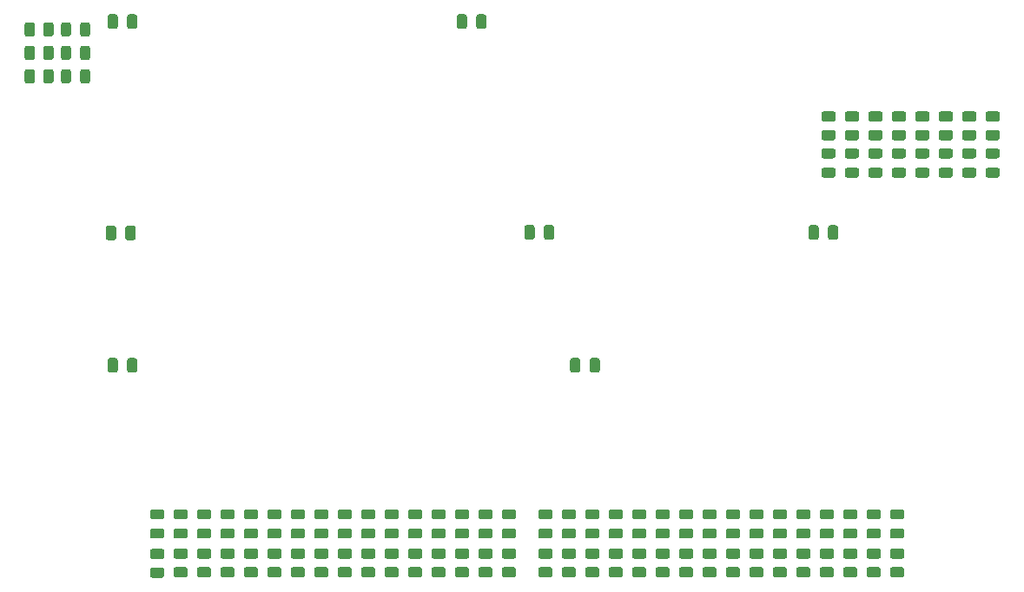
<source format=gbr>
%TF.GenerationSoftware,KiCad,Pcbnew,(5.1.9-0-10_14)*%
%TF.CreationDate,2021-07-06T01:07:33-04:00*%
%TF.ProjectId,ALU-181,414c552d-3138-4312-9e6b-696361645f70,rev?*%
%TF.SameCoordinates,Original*%
%TF.FileFunction,Paste,Top*%
%TF.FilePolarity,Positive*%
%FSLAX46Y46*%
G04 Gerber Fmt 4.6, Leading zero omitted, Abs format (unit mm)*
G04 Created by KiCad (PCBNEW (5.1.9-0-10_14)) date 2021-07-06 01:07:33*
%MOMM*%
%LPD*%
G01*
G04 APERTURE LIST*
G04 APERTURE END LIST*
%TO.C,R43*%
G36*
G01*
X96374000Y-17075999D02*
X96374000Y-17976001D01*
G75*
G02*
X96124001Y-18226000I-249999J0D01*
G01*
X95598999Y-18226000D01*
G75*
G02*
X95349000Y-17976001I0J249999D01*
G01*
X95349000Y-17075999D01*
G75*
G02*
X95598999Y-16826000I249999J0D01*
G01*
X96124001Y-16826000D01*
G75*
G02*
X96374000Y-17075999I0J-249999D01*
G01*
G37*
G36*
G01*
X98199000Y-17075999D02*
X98199000Y-17976001D01*
G75*
G02*
X97949001Y-18226000I-249999J0D01*
G01*
X97423999Y-18226000D01*
G75*
G02*
X97174000Y-17976001I0J249999D01*
G01*
X97174000Y-17075999D01*
G75*
G02*
X97423999Y-16826000I249999J0D01*
G01*
X97949001Y-16826000D01*
G75*
G02*
X98199000Y-17075999I0J-249999D01*
G01*
G37*
%TD*%
%TO.C,R42*%
G36*
G01*
X96374000Y-12503999D02*
X96374000Y-13404001D01*
G75*
G02*
X96124001Y-13654000I-249999J0D01*
G01*
X95598999Y-13654000D01*
G75*
G02*
X95349000Y-13404001I0J249999D01*
G01*
X95349000Y-12503999D01*
G75*
G02*
X95598999Y-12254000I249999J0D01*
G01*
X96124001Y-12254000D01*
G75*
G02*
X96374000Y-12503999I0J-249999D01*
G01*
G37*
G36*
G01*
X98199000Y-12503999D02*
X98199000Y-13404001D01*
G75*
G02*
X97949001Y-13654000I-249999J0D01*
G01*
X97423999Y-13654000D01*
G75*
G02*
X97174000Y-13404001I0J249999D01*
G01*
X97174000Y-12503999D01*
G75*
G02*
X97423999Y-12254000I249999J0D01*
G01*
X97949001Y-12254000D01*
G75*
G02*
X98199000Y-12503999I0J-249999D01*
G01*
G37*
%TD*%
%TO.C,R41*%
G36*
G01*
X96374000Y-14789999D02*
X96374000Y-15690001D01*
G75*
G02*
X96124001Y-15940000I-249999J0D01*
G01*
X95598999Y-15940000D01*
G75*
G02*
X95349000Y-15690001I0J249999D01*
G01*
X95349000Y-14789999D01*
G75*
G02*
X95598999Y-14540000I249999J0D01*
G01*
X96124001Y-14540000D01*
G75*
G02*
X96374000Y-14789999I0J-249999D01*
G01*
G37*
G36*
G01*
X98199000Y-14789999D02*
X98199000Y-15690001D01*
G75*
G02*
X97949001Y-15940000I-249999J0D01*
G01*
X97423999Y-15940000D01*
G75*
G02*
X97174000Y-15690001I0J249999D01*
G01*
X97174000Y-14789999D01*
G75*
G02*
X97423999Y-14540000I249999J0D01*
G01*
X97949001Y-14540000D01*
G75*
G02*
X98199000Y-14789999I0J-249999D01*
G01*
G37*
%TD*%
%TO.C,D43*%
G36*
G01*
X100780000Y-17982250D02*
X100780000Y-17069750D01*
G75*
G02*
X101023750Y-16826000I243750J0D01*
G01*
X101511250Y-16826000D01*
G75*
G02*
X101755000Y-17069750I0J-243750D01*
G01*
X101755000Y-17982250D01*
G75*
G02*
X101511250Y-18226000I-243750J0D01*
G01*
X101023750Y-18226000D01*
G75*
G02*
X100780000Y-17982250I0J243750D01*
G01*
G37*
G36*
G01*
X98905000Y-17982250D02*
X98905000Y-17069750D01*
G75*
G02*
X99148750Y-16826000I243750J0D01*
G01*
X99636250Y-16826000D01*
G75*
G02*
X99880000Y-17069750I0J-243750D01*
G01*
X99880000Y-17982250D01*
G75*
G02*
X99636250Y-18226000I-243750J0D01*
G01*
X99148750Y-18226000D01*
G75*
G02*
X98905000Y-17982250I0J243750D01*
G01*
G37*
%TD*%
%TO.C,D42*%
G36*
G01*
X100780000Y-13410250D02*
X100780000Y-12497750D01*
G75*
G02*
X101023750Y-12254000I243750J0D01*
G01*
X101511250Y-12254000D01*
G75*
G02*
X101755000Y-12497750I0J-243750D01*
G01*
X101755000Y-13410250D01*
G75*
G02*
X101511250Y-13654000I-243750J0D01*
G01*
X101023750Y-13654000D01*
G75*
G02*
X100780000Y-13410250I0J243750D01*
G01*
G37*
G36*
G01*
X98905000Y-13410250D02*
X98905000Y-12497750D01*
G75*
G02*
X99148750Y-12254000I243750J0D01*
G01*
X99636250Y-12254000D01*
G75*
G02*
X99880000Y-12497750I0J-243750D01*
G01*
X99880000Y-13410250D01*
G75*
G02*
X99636250Y-13654000I-243750J0D01*
G01*
X99148750Y-13654000D01*
G75*
G02*
X98905000Y-13410250I0J243750D01*
G01*
G37*
%TD*%
%TO.C,D41*%
G36*
G01*
X100780000Y-15696250D02*
X100780000Y-14783750D01*
G75*
G02*
X101023750Y-14540000I243750J0D01*
G01*
X101511250Y-14540000D01*
G75*
G02*
X101755000Y-14783750I0J-243750D01*
G01*
X101755000Y-15696250D01*
G75*
G02*
X101511250Y-15940000I-243750J0D01*
G01*
X101023750Y-15940000D01*
G75*
G02*
X100780000Y-15696250I0J243750D01*
G01*
G37*
G36*
G01*
X98905000Y-15696250D02*
X98905000Y-14783750D01*
G75*
G02*
X99148750Y-14540000I243750J0D01*
G01*
X99636250Y-14540000D01*
G75*
G02*
X99880000Y-14783750I0J-243750D01*
G01*
X99880000Y-15696250D01*
G75*
G02*
X99636250Y-15940000I-243750J0D01*
G01*
X99148750Y-15940000D01*
G75*
G02*
X98905000Y-15696250I0J243750D01*
G01*
G37*
%TD*%
%TO.C,C7*%
G36*
G01*
X150442000Y-46195000D02*
X150442000Y-45245000D01*
G75*
G02*
X150692000Y-44995000I250000J0D01*
G01*
X151192000Y-44995000D01*
G75*
G02*
X151442000Y-45245000I0J-250000D01*
G01*
X151442000Y-46195000D01*
G75*
G02*
X151192000Y-46445000I-250000J0D01*
G01*
X150692000Y-46445000D01*
G75*
G02*
X150442000Y-46195000I0J250000D01*
G01*
G37*
G36*
G01*
X148542000Y-46195000D02*
X148542000Y-45245000D01*
G75*
G02*
X148792000Y-44995000I250000J0D01*
G01*
X149292000Y-44995000D01*
G75*
G02*
X149542000Y-45245000I0J-250000D01*
G01*
X149542000Y-46195000D01*
G75*
G02*
X149292000Y-46445000I-250000J0D01*
G01*
X148792000Y-46445000D01*
G75*
G02*
X148542000Y-46195000I0J250000D01*
G01*
G37*
%TD*%
%TO.C,C6*%
G36*
G01*
X105352000Y-46195000D02*
X105352000Y-45245000D01*
G75*
G02*
X105602000Y-44995000I250000J0D01*
G01*
X106102000Y-44995000D01*
G75*
G02*
X106352000Y-45245000I0J-250000D01*
G01*
X106352000Y-46195000D01*
G75*
G02*
X106102000Y-46445000I-250000J0D01*
G01*
X105602000Y-46445000D01*
G75*
G02*
X105352000Y-46195000I0J250000D01*
G01*
G37*
G36*
G01*
X103452000Y-46195000D02*
X103452000Y-45245000D01*
G75*
G02*
X103702000Y-44995000I250000J0D01*
G01*
X104202000Y-44995000D01*
G75*
G02*
X104452000Y-45245000I0J-250000D01*
G01*
X104452000Y-46195000D01*
G75*
G02*
X104202000Y-46445000I-250000J0D01*
G01*
X103702000Y-46445000D01*
G75*
G02*
X103452000Y-46195000I0J250000D01*
G01*
G37*
%TD*%
%TO.C,R40*%
G36*
G01*
X179975998Y-65390000D02*
X180876002Y-65390000D01*
G75*
G02*
X181126000Y-65639998I0J-249998D01*
G01*
X181126000Y-66165002D01*
G75*
G02*
X180876002Y-66415000I-249998J0D01*
G01*
X179975998Y-66415000D01*
G75*
G02*
X179726000Y-66165002I0J249998D01*
G01*
X179726000Y-65639998D01*
G75*
G02*
X179975998Y-65390000I249998J0D01*
G01*
G37*
G36*
G01*
X179975998Y-63565000D02*
X180876002Y-63565000D01*
G75*
G02*
X181126000Y-63814998I0J-249998D01*
G01*
X181126000Y-64340002D01*
G75*
G02*
X180876002Y-64590000I-249998J0D01*
G01*
X179975998Y-64590000D01*
G75*
G02*
X179726000Y-64340002I0J249998D01*
G01*
X179726000Y-63814998D01*
G75*
G02*
X179975998Y-63565000I249998J0D01*
G01*
G37*
%TD*%
%TO.C,R39*%
G36*
G01*
X177689998Y-65390000D02*
X178590002Y-65390000D01*
G75*
G02*
X178840000Y-65639998I0J-249998D01*
G01*
X178840000Y-66165002D01*
G75*
G02*
X178590002Y-66415000I-249998J0D01*
G01*
X177689998Y-66415000D01*
G75*
G02*
X177440000Y-66165002I0J249998D01*
G01*
X177440000Y-65639998D01*
G75*
G02*
X177689998Y-65390000I249998J0D01*
G01*
G37*
G36*
G01*
X177689998Y-63565000D02*
X178590002Y-63565000D01*
G75*
G02*
X178840000Y-63814998I0J-249998D01*
G01*
X178840000Y-64340002D01*
G75*
G02*
X178590002Y-64590000I-249998J0D01*
G01*
X177689998Y-64590000D01*
G75*
G02*
X177440000Y-64340002I0J249998D01*
G01*
X177440000Y-63814998D01*
G75*
G02*
X177689998Y-63565000I249998J0D01*
G01*
G37*
%TD*%
%TO.C,R38*%
G36*
G01*
X175403998Y-65390000D02*
X176304002Y-65390000D01*
G75*
G02*
X176554000Y-65639998I0J-249998D01*
G01*
X176554000Y-66165002D01*
G75*
G02*
X176304002Y-66415000I-249998J0D01*
G01*
X175403998Y-66415000D01*
G75*
G02*
X175154000Y-66165002I0J249998D01*
G01*
X175154000Y-65639998D01*
G75*
G02*
X175403998Y-65390000I249998J0D01*
G01*
G37*
G36*
G01*
X175403998Y-63565000D02*
X176304002Y-63565000D01*
G75*
G02*
X176554000Y-63814998I0J-249998D01*
G01*
X176554000Y-64340002D01*
G75*
G02*
X176304002Y-64590000I-249998J0D01*
G01*
X175403998Y-64590000D01*
G75*
G02*
X175154000Y-64340002I0J249998D01*
G01*
X175154000Y-63814998D01*
G75*
G02*
X175403998Y-63565000I249998J0D01*
G01*
G37*
%TD*%
%TO.C,R37*%
G36*
G01*
X173117998Y-65390000D02*
X174018002Y-65390000D01*
G75*
G02*
X174268000Y-65639998I0J-249998D01*
G01*
X174268000Y-66165002D01*
G75*
G02*
X174018002Y-66415000I-249998J0D01*
G01*
X173117998Y-66415000D01*
G75*
G02*
X172868000Y-66165002I0J249998D01*
G01*
X172868000Y-65639998D01*
G75*
G02*
X173117998Y-65390000I249998J0D01*
G01*
G37*
G36*
G01*
X173117998Y-63565000D02*
X174018002Y-63565000D01*
G75*
G02*
X174268000Y-63814998I0J-249998D01*
G01*
X174268000Y-64340002D01*
G75*
G02*
X174018002Y-64590000I-249998J0D01*
G01*
X173117998Y-64590000D01*
G75*
G02*
X172868000Y-64340002I0J249998D01*
G01*
X172868000Y-63814998D01*
G75*
G02*
X173117998Y-63565000I249998J0D01*
G01*
G37*
%TD*%
%TO.C,R36*%
G36*
G01*
X170831998Y-65390000D02*
X171732002Y-65390000D01*
G75*
G02*
X171982000Y-65639998I0J-249998D01*
G01*
X171982000Y-66165002D01*
G75*
G02*
X171732002Y-66415000I-249998J0D01*
G01*
X170831998Y-66415000D01*
G75*
G02*
X170582000Y-66165002I0J249998D01*
G01*
X170582000Y-65639998D01*
G75*
G02*
X170831998Y-65390000I249998J0D01*
G01*
G37*
G36*
G01*
X170831998Y-63565000D02*
X171732002Y-63565000D01*
G75*
G02*
X171982000Y-63814998I0J-249998D01*
G01*
X171982000Y-64340002D01*
G75*
G02*
X171732002Y-64590000I-249998J0D01*
G01*
X170831998Y-64590000D01*
G75*
G02*
X170582000Y-64340002I0J249998D01*
G01*
X170582000Y-63814998D01*
G75*
G02*
X170831998Y-63565000I249998J0D01*
G01*
G37*
%TD*%
%TO.C,R35*%
G36*
G01*
X168545998Y-65390000D02*
X169446002Y-65390000D01*
G75*
G02*
X169696000Y-65639998I0J-249998D01*
G01*
X169696000Y-66165002D01*
G75*
G02*
X169446002Y-66415000I-249998J0D01*
G01*
X168545998Y-66415000D01*
G75*
G02*
X168296000Y-66165002I0J249998D01*
G01*
X168296000Y-65639998D01*
G75*
G02*
X168545998Y-65390000I249998J0D01*
G01*
G37*
G36*
G01*
X168545998Y-63565000D02*
X169446002Y-63565000D01*
G75*
G02*
X169696000Y-63814998I0J-249998D01*
G01*
X169696000Y-64340002D01*
G75*
G02*
X169446002Y-64590000I-249998J0D01*
G01*
X168545998Y-64590000D01*
G75*
G02*
X168296000Y-64340002I0J249998D01*
G01*
X168296000Y-63814998D01*
G75*
G02*
X168545998Y-63565000I249998J0D01*
G01*
G37*
%TD*%
%TO.C,R34*%
G36*
G01*
X166259998Y-65390000D02*
X167160002Y-65390000D01*
G75*
G02*
X167410000Y-65639998I0J-249998D01*
G01*
X167410000Y-66165002D01*
G75*
G02*
X167160002Y-66415000I-249998J0D01*
G01*
X166259998Y-66415000D01*
G75*
G02*
X166010000Y-66165002I0J249998D01*
G01*
X166010000Y-65639998D01*
G75*
G02*
X166259998Y-65390000I249998J0D01*
G01*
G37*
G36*
G01*
X166259998Y-63565000D02*
X167160002Y-63565000D01*
G75*
G02*
X167410000Y-63814998I0J-249998D01*
G01*
X167410000Y-64340002D01*
G75*
G02*
X167160002Y-64590000I-249998J0D01*
G01*
X166259998Y-64590000D01*
G75*
G02*
X166010000Y-64340002I0J249998D01*
G01*
X166010000Y-63814998D01*
G75*
G02*
X166259998Y-63565000I249998J0D01*
G01*
G37*
%TD*%
%TO.C,R33*%
G36*
G01*
X163973998Y-65390000D02*
X164874002Y-65390000D01*
G75*
G02*
X165124000Y-65639998I0J-249998D01*
G01*
X165124000Y-66165002D01*
G75*
G02*
X164874002Y-66415000I-249998J0D01*
G01*
X163973998Y-66415000D01*
G75*
G02*
X163724000Y-66165002I0J249998D01*
G01*
X163724000Y-65639998D01*
G75*
G02*
X163973998Y-65390000I249998J0D01*
G01*
G37*
G36*
G01*
X163973998Y-63565000D02*
X164874002Y-63565000D01*
G75*
G02*
X165124000Y-63814998I0J-249998D01*
G01*
X165124000Y-64340002D01*
G75*
G02*
X164874002Y-64590000I-249998J0D01*
G01*
X163973998Y-64590000D01*
G75*
G02*
X163724000Y-64340002I0J249998D01*
G01*
X163724000Y-63814998D01*
G75*
G02*
X163973998Y-63565000I249998J0D01*
G01*
G37*
%TD*%
%TO.C,D40*%
G36*
G01*
X163967750Y-61630000D02*
X164880250Y-61630000D01*
G75*
G02*
X165124000Y-61873750I0J-243750D01*
G01*
X165124000Y-62361250D01*
G75*
G02*
X164880250Y-62605000I-243750J0D01*
G01*
X163967750Y-62605000D01*
G75*
G02*
X163724000Y-62361250I0J243750D01*
G01*
X163724000Y-61873750D01*
G75*
G02*
X163967750Y-61630000I243750J0D01*
G01*
G37*
G36*
G01*
X163967750Y-59755000D02*
X164880250Y-59755000D01*
G75*
G02*
X165124000Y-59998750I0J-243750D01*
G01*
X165124000Y-60486250D01*
G75*
G02*
X164880250Y-60730000I-243750J0D01*
G01*
X163967750Y-60730000D01*
G75*
G02*
X163724000Y-60486250I0J243750D01*
G01*
X163724000Y-59998750D01*
G75*
G02*
X163967750Y-59755000I243750J0D01*
G01*
G37*
%TD*%
%TO.C,D39*%
G36*
G01*
X166253750Y-61630000D02*
X167166250Y-61630000D01*
G75*
G02*
X167410000Y-61873750I0J-243750D01*
G01*
X167410000Y-62361250D01*
G75*
G02*
X167166250Y-62605000I-243750J0D01*
G01*
X166253750Y-62605000D01*
G75*
G02*
X166010000Y-62361250I0J243750D01*
G01*
X166010000Y-61873750D01*
G75*
G02*
X166253750Y-61630000I243750J0D01*
G01*
G37*
G36*
G01*
X166253750Y-59755000D02*
X167166250Y-59755000D01*
G75*
G02*
X167410000Y-59998750I0J-243750D01*
G01*
X167410000Y-60486250D01*
G75*
G02*
X167166250Y-60730000I-243750J0D01*
G01*
X166253750Y-60730000D01*
G75*
G02*
X166010000Y-60486250I0J243750D01*
G01*
X166010000Y-59998750D01*
G75*
G02*
X166253750Y-59755000I243750J0D01*
G01*
G37*
%TD*%
%TO.C,D38*%
G36*
G01*
X168539750Y-61630000D02*
X169452250Y-61630000D01*
G75*
G02*
X169696000Y-61873750I0J-243750D01*
G01*
X169696000Y-62361250D01*
G75*
G02*
X169452250Y-62605000I-243750J0D01*
G01*
X168539750Y-62605000D01*
G75*
G02*
X168296000Y-62361250I0J243750D01*
G01*
X168296000Y-61873750D01*
G75*
G02*
X168539750Y-61630000I243750J0D01*
G01*
G37*
G36*
G01*
X168539750Y-59755000D02*
X169452250Y-59755000D01*
G75*
G02*
X169696000Y-59998750I0J-243750D01*
G01*
X169696000Y-60486250D01*
G75*
G02*
X169452250Y-60730000I-243750J0D01*
G01*
X168539750Y-60730000D01*
G75*
G02*
X168296000Y-60486250I0J243750D01*
G01*
X168296000Y-59998750D01*
G75*
G02*
X168539750Y-59755000I243750J0D01*
G01*
G37*
%TD*%
%TO.C,D37*%
G36*
G01*
X170825750Y-61630000D02*
X171738250Y-61630000D01*
G75*
G02*
X171982000Y-61873750I0J-243750D01*
G01*
X171982000Y-62361250D01*
G75*
G02*
X171738250Y-62605000I-243750J0D01*
G01*
X170825750Y-62605000D01*
G75*
G02*
X170582000Y-62361250I0J243750D01*
G01*
X170582000Y-61873750D01*
G75*
G02*
X170825750Y-61630000I243750J0D01*
G01*
G37*
G36*
G01*
X170825750Y-59755000D02*
X171738250Y-59755000D01*
G75*
G02*
X171982000Y-59998750I0J-243750D01*
G01*
X171982000Y-60486250D01*
G75*
G02*
X171738250Y-60730000I-243750J0D01*
G01*
X170825750Y-60730000D01*
G75*
G02*
X170582000Y-60486250I0J243750D01*
G01*
X170582000Y-59998750D01*
G75*
G02*
X170825750Y-59755000I243750J0D01*
G01*
G37*
%TD*%
%TO.C,D36*%
G36*
G01*
X173111750Y-61630000D02*
X174024250Y-61630000D01*
G75*
G02*
X174268000Y-61873750I0J-243750D01*
G01*
X174268000Y-62361250D01*
G75*
G02*
X174024250Y-62605000I-243750J0D01*
G01*
X173111750Y-62605000D01*
G75*
G02*
X172868000Y-62361250I0J243750D01*
G01*
X172868000Y-61873750D01*
G75*
G02*
X173111750Y-61630000I243750J0D01*
G01*
G37*
G36*
G01*
X173111750Y-59755000D02*
X174024250Y-59755000D01*
G75*
G02*
X174268000Y-59998750I0J-243750D01*
G01*
X174268000Y-60486250D01*
G75*
G02*
X174024250Y-60730000I-243750J0D01*
G01*
X173111750Y-60730000D01*
G75*
G02*
X172868000Y-60486250I0J243750D01*
G01*
X172868000Y-59998750D01*
G75*
G02*
X173111750Y-59755000I243750J0D01*
G01*
G37*
%TD*%
%TO.C,D35*%
G36*
G01*
X175397750Y-61630000D02*
X176310250Y-61630000D01*
G75*
G02*
X176554000Y-61873750I0J-243750D01*
G01*
X176554000Y-62361250D01*
G75*
G02*
X176310250Y-62605000I-243750J0D01*
G01*
X175397750Y-62605000D01*
G75*
G02*
X175154000Y-62361250I0J243750D01*
G01*
X175154000Y-61873750D01*
G75*
G02*
X175397750Y-61630000I243750J0D01*
G01*
G37*
G36*
G01*
X175397750Y-59755000D02*
X176310250Y-59755000D01*
G75*
G02*
X176554000Y-59998750I0J-243750D01*
G01*
X176554000Y-60486250D01*
G75*
G02*
X176310250Y-60730000I-243750J0D01*
G01*
X175397750Y-60730000D01*
G75*
G02*
X175154000Y-60486250I0J243750D01*
G01*
X175154000Y-59998750D01*
G75*
G02*
X175397750Y-59755000I243750J0D01*
G01*
G37*
%TD*%
%TO.C,D34*%
G36*
G01*
X177683750Y-61630000D02*
X178596250Y-61630000D01*
G75*
G02*
X178840000Y-61873750I0J-243750D01*
G01*
X178840000Y-62361250D01*
G75*
G02*
X178596250Y-62605000I-243750J0D01*
G01*
X177683750Y-62605000D01*
G75*
G02*
X177440000Y-62361250I0J243750D01*
G01*
X177440000Y-61873750D01*
G75*
G02*
X177683750Y-61630000I243750J0D01*
G01*
G37*
G36*
G01*
X177683750Y-59755000D02*
X178596250Y-59755000D01*
G75*
G02*
X178840000Y-59998750I0J-243750D01*
G01*
X178840000Y-60486250D01*
G75*
G02*
X178596250Y-60730000I-243750J0D01*
G01*
X177683750Y-60730000D01*
G75*
G02*
X177440000Y-60486250I0J243750D01*
G01*
X177440000Y-59998750D01*
G75*
G02*
X177683750Y-59755000I243750J0D01*
G01*
G37*
%TD*%
%TO.C,D33*%
G36*
G01*
X179969750Y-61630000D02*
X180882250Y-61630000D01*
G75*
G02*
X181126000Y-61873750I0J-243750D01*
G01*
X181126000Y-62361250D01*
G75*
G02*
X180882250Y-62605000I-243750J0D01*
G01*
X179969750Y-62605000D01*
G75*
G02*
X179726000Y-62361250I0J243750D01*
G01*
X179726000Y-61873750D01*
G75*
G02*
X179969750Y-61630000I243750J0D01*
G01*
G37*
G36*
G01*
X179969750Y-59755000D02*
X180882250Y-59755000D01*
G75*
G02*
X181126000Y-59998750I0J-243750D01*
G01*
X181126000Y-60486250D01*
G75*
G02*
X180882250Y-60730000I-243750J0D01*
G01*
X179969750Y-60730000D01*
G75*
G02*
X179726000Y-60486250I0J243750D01*
G01*
X179726000Y-59998750D01*
G75*
G02*
X179969750Y-59755000I243750J0D01*
G01*
G37*
%TD*%
%TO.C,R32*%
G36*
G01*
X161687998Y-65390000D02*
X162588002Y-65390000D01*
G75*
G02*
X162838000Y-65639998I0J-249998D01*
G01*
X162838000Y-66165002D01*
G75*
G02*
X162588002Y-66415000I-249998J0D01*
G01*
X161687998Y-66415000D01*
G75*
G02*
X161438000Y-66165002I0J249998D01*
G01*
X161438000Y-65639998D01*
G75*
G02*
X161687998Y-65390000I249998J0D01*
G01*
G37*
G36*
G01*
X161687998Y-63565000D02*
X162588002Y-63565000D01*
G75*
G02*
X162838000Y-63814998I0J-249998D01*
G01*
X162838000Y-64340002D01*
G75*
G02*
X162588002Y-64590000I-249998J0D01*
G01*
X161687998Y-64590000D01*
G75*
G02*
X161438000Y-64340002I0J249998D01*
G01*
X161438000Y-63814998D01*
G75*
G02*
X161687998Y-63565000I249998J0D01*
G01*
G37*
%TD*%
%TO.C,R31*%
G36*
G01*
X159401998Y-65390000D02*
X160302002Y-65390000D01*
G75*
G02*
X160552000Y-65639998I0J-249998D01*
G01*
X160552000Y-66165002D01*
G75*
G02*
X160302002Y-66415000I-249998J0D01*
G01*
X159401998Y-66415000D01*
G75*
G02*
X159152000Y-66165002I0J249998D01*
G01*
X159152000Y-65639998D01*
G75*
G02*
X159401998Y-65390000I249998J0D01*
G01*
G37*
G36*
G01*
X159401998Y-63565000D02*
X160302002Y-63565000D01*
G75*
G02*
X160552000Y-63814998I0J-249998D01*
G01*
X160552000Y-64340002D01*
G75*
G02*
X160302002Y-64590000I-249998J0D01*
G01*
X159401998Y-64590000D01*
G75*
G02*
X159152000Y-64340002I0J249998D01*
G01*
X159152000Y-63814998D01*
G75*
G02*
X159401998Y-63565000I249998J0D01*
G01*
G37*
%TD*%
%TO.C,R30*%
G36*
G01*
X157115998Y-65390000D02*
X158016002Y-65390000D01*
G75*
G02*
X158266000Y-65639998I0J-249998D01*
G01*
X158266000Y-66165002D01*
G75*
G02*
X158016002Y-66415000I-249998J0D01*
G01*
X157115998Y-66415000D01*
G75*
G02*
X156866000Y-66165002I0J249998D01*
G01*
X156866000Y-65639998D01*
G75*
G02*
X157115998Y-65390000I249998J0D01*
G01*
G37*
G36*
G01*
X157115998Y-63565000D02*
X158016002Y-63565000D01*
G75*
G02*
X158266000Y-63814998I0J-249998D01*
G01*
X158266000Y-64340002D01*
G75*
G02*
X158016002Y-64590000I-249998J0D01*
G01*
X157115998Y-64590000D01*
G75*
G02*
X156866000Y-64340002I0J249998D01*
G01*
X156866000Y-63814998D01*
G75*
G02*
X157115998Y-63565000I249998J0D01*
G01*
G37*
%TD*%
%TO.C,R29*%
G36*
G01*
X154829998Y-65390000D02*
X155730002Y-65390000D01*
G75*
G02*
X155980000Y-65639998I0J-249998D01*
G01*
X155980000Y-66165002D01*
G75*
G02*
X155730002Y-66415000I-249998J0D01*
G01*
X154829998Y-66415000D01*
G75*
G02*
X154580000Y-66165002I0J249998D01*
G01*
X154580000Y-65639998D01*
G75*
G02*
X154829998Y-65390000I249998J0D01*
G01*
G37*
G36*
G01*
X154829998Y-63565000D02*
X155730002Y-63565000D01*
G75*
G02*
X155980000Y-63814998I0J-249998D01*
G01*
X155980000Y-64340002D01*
G75*
G02*
X155730002Y-64590000I-249998J0D01*
G01*
X154829998Y-64590000D01*
G75*
G02*
X154580000Y-64340002I0J249998D01*
G01*
X154580000Y-63814998D01*
G75*
G02*
X154829998Y-63565000I249998J0D01*
G01*
G37*
%TD*%
%TO.C,R28*%
G36*
G01*
X152543998Y-65390000D02*
X153444002Y-65390000D01*
G75*
G02*
X153694000Y-65639998I0J-249998D01*
G01*
X153694000Y-66165002D01*
G75*
G02*
X153444002Y-66415000I-249998J0D01*
G01*
X152543998Y-66415000D01*
G75*
G02*
X152294000Y-66165002I0J249998D01*
G01*
X152294000Y-65639998D01*
G75*
G02*
X152543998Y-65390000I249998J0D01*
G01*
G37*
G36*
G01*
X152543998Y-63565000D02*
X153444002Y-63565000D01*
G75*
G02*
X153694000Y-63814998I0J-249998D01*
G01*
X153694000Y-64340002D01*
G75*
G02*
X153444002Y-64590000I-249998J0D01*
G01*
X152543998Y-64590000D01*
G75*
G02*
X152294000Y-64340002I0J249998D01*
G01*
X152294000Y-63814998D01*
G75*
G02*
X152543998Y-63565000I249998J0D01*
G01*
G37*
%TD*%
%TO.C,R27*%
G36*
G01*
X150257998Y-65390000D02*
X151158002Y-65390000D01*
G75*
G02*
X151408000Y-65639998I0J-249998D01*
G01*
X151408000Y-66165002D01*
G75*
G02*
X151158002Y-66415000I-249998J0D01*
G01*
X150257998Y-66415000D01*
G75*
G02*
X150008000Y-66165002I0J249998D01*
G01*
X150008000Y-65639998D01*
G75*
G02*
X150257998Y-65390000I249998J0D01*
G01*
G37*
G36*
G01*
X150257998Y-63565000D02*
X151158002Y-63565000D01*
G75*
G02*
X151408000Y-63814998I0J-249998D01*
G01*
X151408000Y-64340002D01*
G75*
G02*
X151158002Y-64590000I-249998J0D01*
G01*
X150257998Y-64590000D01*
G75*
G02*
X150008000Y-64340002I0J249998D01*
G01*
X150008000Y-63814998D01*
G75*
G02*
X150257998Y-63565000I249998J0D01*
G01*
G37*
%TD*%
%TO.C,R26*%
G36*
G01*
X147971998Y-65390000D02*
X148872002Y-65390000D01*
G75*
G02*
X149122000Y-65639998I0J-249998D01*
G01*
X149122000Y-66165002D01*
G75*
G02*
X148872002Y-66415000I-249998J0D01*
G01*
X147971998Y-66415000D01*
G75*
G02*
X147722000Y-66165002I0J249998D01*
G01*
X147722000Y-65639998D01*
G75*
G02*
X147971998Y-65390000I249998J0D01*
G01*
G37*
G36*
G01*
X147971998Y-63565000D02*
X148872002Y-63565000D01*
G75*
G02*
X149122000Y-63814998I0J-249998D01*
G01*
X149122000Y-64340002D01*
G75*
G02*
X148872002Y-64590000I-249998J0D01*
G01*
X147971998Y-64590000D01*
G75*
G02*
X147722000Y-64340002I0J249998D01*
G01*
X147722000Y-63814998D01*
G75*
G02*
X147971998Y-63565000I249998J0D01*
G01*
G37*
%TD*%
%TO.C,R25*%
G36*
G01*
X145685998Y-65390000D02*
X146586002Y-65390000D01*
G75*
G02*
X146836000Y-65639998I0J-249998D01*
G01*
X146836000Y-66165002D01*
G75*
G02*
X146586002Y-66415000I-249998J0D01*
G01*
X145685998Y-66415000D01*
G75*
G02*
X145436000Y-66165002I0J249998D01*
G01*
X145436000Y-65639998D01*
G75*
G02*
X145685998Y-65390000I249998J0D01*
G01*
G37*
G36*
G01*
X145685998Y-63565000D02*
X146586002Y-63565000D01*
G75*
G02*
X146836000Y-63814998I0J-249998D01*
G01*
X146836000Y-64340002D01*
G75*
G02*
X146586002Y-64590000I-249998J0D01*
G01*
X145685998Y-64590000D01*
G75*
G02*
X145436000Y-64340002I0J249998D01*
G01*
X145436000Y-63814998D01*
G75*
G02*
X145685998Y-63565000I249998J0D01*
G01*
G37*
%TD*%
%TO.C,D32*%
G36*
G01*
X145679750Y-61630000D02*
X146592250Y-61630000D01*
G75*
G02*
X146836000Y-61873750I0J-243750D01*
G01*
X146836000Y-62361250D01*
G75*
G02*
X146592250Y-62605000I-243750J0D01*
G01*
X145679750Y-62605000D01*
G75*
G02*
X145436000Y-62361250I0J243750D01*
G01*
X145436000Y-61873750D01*
G75*
G02*
X145679750Y-61630000I243750J0D01*
G01*
G37*
G36*
G01*
X145679750Y-59755000D02*
X146592250Y-59755000D01*
G75*
G02*
X146836000Y-59998750I0J-243750D01*
G01*
X146836000Y-60486250D01*
G75*
G02*
X146592250Y-60730000I-243750J0D01*
G01*
X145679750Y-60730000D01*
G75*
G02*
X145436000Y-60486250I0J243750D01*
G01*
X145436000Y-59998750D01*
G75*
G02*
X145679750Y-59755000I243750J0D01*
G01*
G37*
%TD*%
%TO.C,D31*%
G36*
G01*
X147965750Y-61630000D02*
X148878250Y-61630000D01*
G75*
G02*
X149122000Y-61873750I0J-243750D01*
G01*
X149122000Y-62361250D01*
G75*
G02*
X148878250Y-62605000I-243750J0D01*
G01*
X147965750Y-62605000D01*
G75*
G02*
X147722000Y-62361250I0J243750D01*
G01*
X147722000Y-61873750D01*
G75*
G02*
X147965750Y-61630000I243750J0D01*
G01*
G37*
G36*
G01*
X147965750Y-59755000D02*
X148878250Y-59755000D01*
G75*
G02*
X149122000Y-59998750I0J-243750D01*
G01*
X149122000Y-60486250D01*
G75*
G02*
X148878250Y-60730000I-243750J0D01*
G01*
X147965750Y-60730000D01*
G75*
G02*
X147722000Y-60486250I0J243750D01*
G01*
X147722000Y-59998750D01*
G75*
G02*
X147965750Y-59755000I243750J0D01*
G01*
G37*
%TD*%
%TO.C,D30*%
G36*
G01*
X150251750Y-61630000D02*
X151164250Y-61630000D01*
G75*
G02*
X151408000Y-61873750I0J-243750D01*
G01*
X151408000Y-62361250D01*
G75*
G02*
X151164250Y-62605000I-243750J0D01*
G01*
X150251750Y-62605000D01*
G75*
G02*
X150008000Y-62361250I0J243750D01*
G01*
X150008000Y-61873750D01*
G75*
G02*
X150251750Y-61630000I243750J0D01*
G01*
G37*
G36*
G01*
X150251750Y-59755000D02*
X151164250Y-59755000D01*
G75*
G02*
X151408000Y-59998750I0J-243750D01*
G01*
X151408000Y-60486250D01*
G75*
G02*
X151164250Y-60730000I-243750J0D01*
G01*
X150251750Y-60730000D01*
G75*
G02*
X150008000Y-60486250I0J243750D01*
G01*
X150008000Y-59998750D01*
G75*
G02*
X150251750Y-59755000I243750J0D01*
G01*
G37*
%TD*%
%TO.C,D29*%
G36*
G01*
X152537750Y-61630000D02*
X153450250Y-61630000D01*
G75*
G02*
X153694000Y-61873750I0J-243750D01*
G01*
X153694000Y-62361250D01*
G75*
G02*
X153450250Y-62605000I-243750J0D01*
G01*
X152537750Y-62605000D01*
G75*
G02*
X152294000Y-62361250I0J243750D01*
G01*
X152294000Y-61873750D01*
G75*
G02*
X152537750Y-61630000I243750J0D01*
G01*
G37*
G36*
G01*
X152537750Y-59755000D02*
X153450250Y-59755000D01*
G75*
G02*
X153694000Y-59998750I0J-243750D01*
G01*
X153694000Y-60486250D01*
G75*
G02*
X153450250Y-60730000I-243750J0D01*
G01*
X152537750Y-60730000D01*
G75*
G02*
X152294000Y-60486250I0J243750D01*
G01*
X152294000Y-59998750D01*
G75*
G02*
X152537750Y-59755000I243750J0D01*
G01*
G37*
%TD*%
%TO.C,D28*%
G36*
G01*
X154823750Y-61630000D02*
X155736250Y-61630000D01*
G75*
G02*
X155980000Y-61873750I0J-243750D01*
G01*
X155980000Y-62361250D01*
G75*
G02*
X155736250Y-62605000I-243750J0D01*
G01*
X154823750Y-62605000D01*
G75*
G02*
X154580000Y-62361250I0J243750D01*
G01*
X154580000Y-61873750D01*
G75*
G02*
X154823750Y-61630000I243750J0D01*
G01*
G37*
G36*
G01*
X154823750Y-59755000D02*
X155736250Y-59755000D01*
G75*
G02*
X155980000Y-59998750I0J-243750D01*
G01*
X155980000Y-60486250D01*
G75*
G02*
X155736250Y-60730000I-243750J0D01*
G01*
X154823750Y-60730000D01*
G75*
G02*
X154580000Y-60486250I0J243750D01*
G01*
X154580000Y-59998750D01*
G75*
G02*
X154823750Y-59755000I243750J0D01*
G01*
G37*
%TD*%
%TO.C,D27*%
G36*
G01*
X157109750Y-61630000D02*
X158022250Y-61630000D01*
G75*
G02*
X158266000Y-61873750I0J-243750D01*
G01*
X158266000Y-62361250D01*
G75*
G02*
X158022250Y-62605000I-243750J0D01*
G01*
X157109750Y-62605000D01*
G75*
G02*
X156866000Y-62361250I0J243750D01*
G01*
X156866000Y-61873750D01*
G75*
G02*
X157109750Y-61630000I243750J0D01*
G01*
G37*
G36*
G01*
X157109750Y-59755000D02*
X158022250Y-59755000D01*
G75*
G02*
X158266000Y-59998750I0J-243750D01*
G01*
X158266000Y-60486250D01*
G75*
G02*
X158022250Y-60730000I-243750J0D01*
G01*
X157109750Y-60730000D01*
G75*
G02*
X156866000Y-60486250I0J243750D01*
G01*
X156866000Y-59998750D01*
G75*
G02*
X157109750Y-59755000I243750J0D01*
G01*
G37*
%TD*%
%TO.C,D26*%
G36*
G01*
X159395750Y-61630000D02*
X160308250Y-61630000D01*
G75*
G02*
X160552000Y-61873750I0J-243750D01*
G01*
X160552000Y-62361250D01*
G75*
G02*
X160308250Y-62605000I-243750J0D01*
G01*
X159395750Y-62605000D01*
G75*
G02*
X159152000Y-62361250I0J243750D01*
G01*
X159152000Y-61873750D01*
G75*
G02*
X159395750Y-61630000I243750J0D01*
G01*
G37*
G36*
G01*
X159395750Y-59755000D02*
X160308250Y-59755000D01*
G75*
G02*
X160552000Y-59998750I0J-243750D01*
G01*
X160552000Y-60486250D01*
G75*
G02*
X160308250Y-60730000I-243750J0D01*
G01*
X159395750Y-60730000D01*
G75*
G02*
X159152000Y-60486250I0J243750D01*
G01*
X159152000Y-59998750D01*
G75*
G02*
X159395750Y-59755000I243750J0D01*
G01*
G37*
%TD*%
%TO.C,D25*%
G36*
G01*
X161681750Y-61630000D02*
X162594250Y-61630000D01*
G75*
G02*
X162838000Y-61873750I0J-243750D01*
G01*
X162838000Y-62361250D01*
G75*
G02*
X162594250Y-62605000I-243750J0D01*
G01*
X161681750Y-62605000D01*
G75*
G02*
X161438000Y-62361250I0J243750D01*
G01*
X161438000Y-61873750D01*
G75*
G02*
X161681750Y-61630000I243750J0D01*
G01*
G37*
G36*
G01*
X161681750Y-59755000D02*
X162594250Y-59755000D01*
G75*
G02*
X162838000Y-59998750I0J-243750D01*
G01*
X162838000Y-60486250D01*
G75*
G02*
X162594250Y-60730000I-243750J0D01*
G01*
X161681750Y-60730000D01*
G75*
G02*
X161438000Y-60486250I0J243750D01*
G01*
X161438000Y-59998750D01*
G75*
G02*
X161681750Y-59755000I243750J0D01*
G01*
G37*
%TD*%
%TO.C,R24*%
G36*
G01*
X142129998Y-65390000D02*
X143030002Y-65390000D01*
G75*
G02*
X143280000Y-65639998I0J-249998D01*
G01*
X143280000Y-66165002D01*
G75*
G02*
X143030002Y-66415000I-249998J0D01*
G01*
X142129998Y-66415000D01*
G75*
G02*
X141880000Y-66165002I0J249998D01*
G01*
X141880000Y-65639998D01*
G75*
G02*
X142129998Y-65390000I249998J0D01*
G01*
G37*
G36*
G01*
X142129998Y-63565000D02*
X143030002Y-63565000D01*
G75*
G02*
X143280000Y-63814998I0J-249998D01*
G01*
X143280000Y-64340002D01*
G75*
G02*
X143030002Y-64590000I-249998J0D01*
G01*
X142129998Y-64590000D01*
G75*
G02*
X141880000Y-64340002I0J249998D01*
G01*
X141880000Y-63814998D01*
G75*
G02*
X142129998Y-63565000I249998J0D01*
G01*
G37*
%TD*%
%TO.C,R23*%
G36*
G01*
X139843998Y-65390000D02*
X140744002Y-65390000D01*
G75*
G02*
X140994000Y-65639998I0J-249998D01*
G01*
X140994000Y-66165002D01*
G75*
G02*
X140744002Y-66415000I-249998J0D01*
G01*
X139843998Y-66415000D01*
G75*
G02*
X139594000Y-66165002I0J249998D01*
G01*
X139594000Y-65639998D01*
G75*
G02*
X139843998Y-65390000I249998J0D01*
G01*
G37*
G36*
G01*
X139843998Y-63565000D02*
X140744002Y-63565000D01*
G75*
G02*
X140994000Y-63814998I0J-249998D01*
G01*
X140994000Y-64340002D01*
G75*
G02*
X140744002Y-64590000I-249998J0D01*
G01*
X139843998Y-64590000D01*
G75*
G02*
X139594000Y-64340002I0J249998D01*
G01*
X139594000Y-63814998D01*
G75*
G02*
X139843998Y-63565000I249998J0D01*
G01*
G37*
%TD*%
%TO.C,R22*%
G36*
G01*
X137557998Y-65390000D02*
X138458002Y-65390000D01*
G75*
G02*
X138708000Y-65639998I0J-249998D01*
G01*
X138708000Y-66165002D01*
G75*
G02*
X138458002Y-66415000I-249998J0D01*
G01*
X137557998Y-66415000D01*
G75*
G02*
X137308000Y-66165002I0J249998D01*
G01*
X137308000Y-65639998D01*
G75*
G02*
X137557998Y-65390000I249998J0D01*
G01*
G37*
G36*
G01*
X137557998Y-63565000D02*
X138458002Y-63565000D01*
G75*
G02*
X138708000Y-63814998I0J-249998D01*
G01*
X138708000Y-64340002D01*
G75*
G02*
X138458002Y-64590000I-249998J0D01*
G01*
X137557998Y-64590000D01*
G75*
G02*
X137308000Y-64340002I0J249998D01*
G01*
X137308000Y-63814998D01*
G75*
G02*
X137557998Y-63565000I249998J0D01*
G01*
G37*
%TD*%
%TO.C,R21*%
G36*
G01*
X135271998Y-65390000D02*
X136172002Y-65390000D01*
G75*
G02*
X136422000Y-65639998I0J-249998D01*
G01*
X136422000Y-66165002D01*
G75*
G02*
X136172002Y-66415000I-249998J0D01*
G01*
X135271998Y-66415000D01*
G75*
G02*
X135022000Y-66165002I0J249998D01*
G01*
X135022000Y-65639998D01*
G75*
G02*
X135271998Y-65390000I249998J0D01*
G01*
G37*
G36*
G01*
X135271998Y-63565000D02*
X136172002Y-63565000D01*
G75*
G02*
X136422000Y-63814998I0J-249998D01*
G01*
X136422000Y-64340002D01*
G75*
G02*
X136172002Y-64590000I-249998J0D01*
G01*
X135271998Y-64590000D01*
G75*
G02*
X135022000Y-64340002I0J249998D01*
G01*
X135022000Y-63814998D01*
G75*
G02*
X135271998Y-63565000I249998J0D01*
G01*
G37*
%TD*%
%TO.C,R20*%
G36*
G01*
X132985998Y-65390000D02*
X133886002Y-65390000D01*
G75*
G02*
X134136000Y-65639998I0J-249998D01*
G01*
X134136000Y-66165002D01*
G75*
G02*
X133886002Y-66415000I-249998J0D01*
G01*
X132985998Y-66415000D01*
G75*
G02*
X132736000Y-66165002I0J249998D01*
G01*
X132736000Y-65639998D01*
G75*
G02*
X132985998Y-65390000I249998J0D01*
G01*
G37*
G36*
G01*
X132985998Y-63565000D02*
X133886002Y-63565000D01*
G75*
G02*
X134136000Y-63814998I0J-249998D01*
G01*
X134136000Y-64340002D01*
G75*
G02*
X133886002Y-64590000I-249998J0D01*
G01*
X132985998Y-64590000D01*
G75*
G02*
X132736000Y-64340002I0J249998D01*
G01*
X132736000Y-63814998D01*
G75*
G02*
X132985998Y-63565000I249998J0D01*
G01*
G37*
%TD*%
%TO.C,R19*%
G36*
G01*
X130699998Y-65390000D02*
X131600002Y-65390000D01*
G75*
G02*
X131850000Y-65639998I0J-249998D01*
G01*
X131850000Y-66165002D01*
G75*
G02*
X131600002Y-66415000I-249998J0D01*
G01*
X130699998Y-66415000D01*
G75*
G02*
X130450000Y-66165002I0J249998D01*
G01*
X130450000Y-65639998D01*
G75*
G02*
X130699998Y-65390000I249998J0D01*
G01*
G37*
G36*
G01*
X130699998Y-63565000D02*
X131600002Y-63565000D01*
G75*
G02*
X131850000Y-63814998I0J-249998D01*
G01*
X131850000Y-64340002D01*
G75*
G02*
X131600002Y-64590000I-249998J0D01*
G01*
X130699998Y-64590000D01*
G75*
G02*
X130450000Y-64340002I0J249998D01*
G01*
X130450000Y-63814998D01*
G75*
G02*
X130699998Y-63565000I249998J0D01*
G01*
G37*
%TD*%
%TO.C,R18*%
G36*
G01*
X128413998Y-65390000D02*
X129314002Y-65390000D01*
G75*
G02*
X129564000Y-65639998I0J-249998D01*
G01*
X129564000Y-66165002D01*
G75*
G02*
X129314002Y-66415000I-249998J0D01*
G01*
X128413998Y-66415000D01*
G75*
G02*
X128164000Y-66165002I0J249998D01*
G01*
X128164000Y-65639998D01*
G75*
G02*
X128413998Y-65390000I249998J0D01*
G01*
G37*
G36*
G01*
X128413998Y-63565000D02*
X129314002Y-63565000D01*
G75*
G02*
X129564000Y-63814998I0J-249998D01*
G01*
X129564000Y-64340002D01*
G75*
G02*
X129314002Y-64590000I-249998J0D01*
G01*
X128413998Y-64590000D01*
G75*
G02*
X128164000Y-64340002I0J249998D01*
G01*
X128164000Y-63814998D01*
G75*
G02*
X128413998Y-63565000I249998J0D01*
G01*
G37*
%TD*%
%TO.C,R17*%
G36*
G01*
X126127998Y-65390000D02*
X127028002Y-65390000D01*
G75*
G02*
X127278000Y-65639998I0J-249998D01*
G01*
X127278000Y-66165002D01*
G75*
G02*
X127028002Y-66415000I-249998J0D01*
G01*
X126127998Y-66415000D01*
G75*
G02*
X125878000Y-66165002I0J249998D01*
G01*
X125878000Y-65639998D01*
G75*
G02*
X126127998Y-65390000I249998J0D01*
G01*
G37*
G36*
G01*
X126127998Y-63565000D02*
X127028002Y-63565000D01*
G75*
G02*
X127278000Y-63814998I0J-249998D01*
G01*
X127278000Y-64340002D01*
G75*
G02*
X127028002Y-64590000I-249998J0D01*
G01*
X126127998Y-64590000D01*
G75*
G02*
X125878000Y-64340002I0J249998D01*
G01*
X125878000Y-63814998D01*
G75*
G02*
X126127998Y-63565000I249998J0D01*
G01*
G37*
%TD*%
%TO.C,D24*%
G36*
G01*
X126121750Y-61630000D02*
X127034250Y-61630000D01*
G75*
G02*
X127278000Y-61873750I0J-243750D01*
G01*
X127278000Y-62361250D01*
G75*
G02*
X127034250Y-62605000I-243750J0D01*
G01*
X126121750Y-62605000D01*
G75*
G02*
X125878000Y-62361250I0J243750D01*
G01*
X125878000Y-61873750D01*
G75*
G02*
X126121750Y-61630000I243750J0D01*
G01*
G37*
G36*
G01*
X126121750Y-59755000D02*
X127034250Y-59755000D01*
G75*
G02*
X127278000Y-59998750I0J-243750D01*
G01*
X127278000Y-60486250D01*
G75*
G02*
X127034250Y-60730000I-243750J0D01*
G01*
X126121750Y-60730000D01*
G75*
G02*
X125878000Y-60486250I0J243750D01*
G01*
X125878000Y-59998750D01*
G75*
G02*
X126121750Y-59755000I243750J0D01*
G01*
G37*
%TD*%
%TO.C,D23*%
G36*
G01*
X128407750Y-61630000D02*
X129320250Y-61630000D01*
G75*
G02*
X129564000Y-61873750I0J-243750D01*
G01*
X129564000Y-62361250D01*
G75*
G02*
X129320250Y-62605000I-243750J0D01*
G01*
X128407750Y-62605000D01*
G75*
G02*
X128164000Y-62361250I0J243750D01*
G01*
X128164000Y-61873750D01*
G75*
G02*
X128407750Y-61630000I243750J0D01*
G01*
G37*
G36*
G01*
X128407750Y-59755000D02*
X129320250Y-59755000D01*
G75*
G02*
X129564000Y-59998750I0J-243750D01*
G01*
X129564000Y-60486250D01*
G75*
G02*
X129320250Y-60730000I-243750J0D01*
G01*
X128407750Y-60730000D01*
G75*
G02*
X128164000Y-60486250I0J243750D01*
G01*
X128164000Y-59998750D01*
G75*
G02*
X128407750Y-59755000I243750J0D01*
G01*
G37*
%TD*%
%TO.C,D22*%
G36*
G01*
X130693750Y-61630000D02*
X131606250Y-61630000D01*
G75*
G02*
X131850000Y-61873750I0J-243750D01*
G01*
X131850000Y-62361250D01*
G75*
G02*
X131606250Y-62605000I-243750J0D01*
G01*
X130693750Y-62605000D01*
G75*
G02*
X130450000Y-62361250I0J243750D01*
G01*
X130450000Y-61873750D01*
G75*
G02*
X130693750Y-61630000I243750J0D01*
G01*
G37*
G36*
G01*
X130693750Y-59755000D02*
X131606250Y-59755000D01*
G75*
G02*
X131850000Y-59998750I0J-243750D01*
G01*
X131850000Y-60486250D01*
G75*
G02*
X131606250Y-60730000I-243750J0D01*
G01*
X130693750Y-60730000D01*
G75*
G02*
X130450000Y-60486250I0J243750D01*
G01*
X130450000Y-59998750D01*
G75*
G02*
X130693750Y-59755000I243750J0D01*
G01*
G37*
%TD*%
%TO.C,D21*%
G36*
G01*
X132979750Y-61630000D02*
X133892250Y-61630000D01*
G75*
G02*
X134136000Y-61873750I0J-243750D01*
G01*
X134136000Y-62361250D01*
G75*
G02*
X133892250Y-62605000I-243750J0D01*
G01*
X132979750Y-62605000D01*
G75*
G02*
X132736000Y-62361250I0J243750D01*
G01*
X132736000Y-61873750D01*
G75*
G02*
X132979750Y-61630000I243750J0D01*
G01*
G37*
G36*
G01*
X132979750Y-59755000D02*
X133892250Y-59755000D01*
G75*
G02*
X134136000Y-59998750I0J-243750D01*
G01*
X134136000Y-60486250D01*
G75*
G02*
X133892250Y-60730000I-243750J0D01*
G01*
X132979750Y-60730000D01*
G75*
G02*
X132736000Y-60486250I0J243750D01*
G01*
X132736000Y-59998750D01*
G75*
G02*
X132979750Y-59755000I243750J0D01*
G01*
G37*
%TD*%
%TO.C,D20*%
G36*
G01*
X135265750Y-61630000D02*
X136178250Y-61630000D01*
G75*
G02*
X136422000Y-61873750I0J-243750D01*
G01*
X136422000Y-62361250D01*
G75*
G02*
X136178250Y-62605000I-243750J0D01*
G01*
X135265750Y-62605000D01*
G75*
G02*
X135022000Y-62361250I0J243750D01*
G01*
X135022000Y-61873750D01*
G75*
G02*
X135265750Y-61630000I243750J0D01*
G01*
G37*
G36*
G01*
X135265750Y-59755000D02*
X136178250Y-59755000D01*
G75*
G02*
X136422000Y-59998750I0J-243750D01*
G01*
X136422000Y-60486250D01*
G75*
G02*
X136178250Y-60730000I-243750J0D01*
G01*
X135265750Y-60730000D01*
G75*
G02*
X135022000Y-60486250I0J243750D01*
G01*
X135022000Y-59998750D01*
G75*
G02*
X135265750Y-59755000I243750J0D01*
G01*
G37*
%TD*%
%TO.C,D19*%
G36*
G01*
X137551750Y-61630000D02*
X138464250Y-61630000D01*
G75*
G02*
X138708000Y-61873750I0J-243750D01*
G01*
X138708000Y-62361250D01*
G75*
G02*
X138464250Y-62605000I-243750J0D01*
G01*
X137551750Y-62605000D01*
G75*
G02*
X137308000Y-62361250I0J243750D01*
G01*
X137308000Y-61873750D01*
G75*
G02*
X137551750Y-61630000I243750J0D01*
G01*
G37*
G36*
G01*
X137551750Y-59755000D02*
X138464250Y-59755000D01*
G75*
G02*
X138708000Y-59998750I0J-243750D01*
G01*
X138708000Y-60486250D01*
G75*
G02*
X138464250Y-60730000I-243750J0D01*
G01*
X137551750Y-60730000D01*
G75*
G02*
X137308000Y-60486250I0J243750D01*
G01*
X137308000Y-59998750D01*
G75*
G02*
X137551750Y-59755000I243750J0D01*
G01*
G37*
%TD*%
%TO.C,D18*%
G36*
G01*
X139837750Y-61630000D02*
X140750250Y-61630000D01*
G75*
G02*
X140994000Y-61873750I0J-243750D01*
G01*
X140994000Y-62361250D01*
G75*
G02*
X140750250Y-62605000I-243750J0D01*
G01*
X139837750Y-62605000D01*
G75*
G02*
X139594000Y-62361250I0J243750D01*
G01*
X139594000Y-61873750D01*
G75*
G02*
X139837750Y-61630000I243750J0D01*
G01*
G37*
G36*
G01*
X139837750Y-59755000D02*
X140750250Y-59755000D01*
G75*
G02*
X140994000Y-59998750I0J-243750D01*
G01*
X140994000Y-60486250D01*
G75*
G02*
X140750250Y-60730000I-243750J0D01*
G01*
X139837750Y-60730000D01*
G75*
G02*
X139594000Y-60486250I0J243750D01*
G01*
X139594000Y-59998750D01*
G75*
G02*
X139837750Y-59755000I243750J0D01*
G01*
G37*
%TD*%
%TO.C,D17*%
G36*
G01*
X142123750Y-61630000D02*
X143036250Y-61630000D01*
G75*
G02*
X143280000Y-61873750I0J-243750D01*
G01*
X143280000Y-62361250D01*
G75*
G02*
X143036250Y-62605000I-243750J0D01*
G01*
X142123750Y-62605000D01*
G75*
G02*
X141880000Y-62361250I0J243750D01*
G01*
X141880000Y-61873750D01*
G75*
G02*
X142123750Y-61630000I243750J0D01*
G01*
G37*
G36*
G01*
X142123750Y-59755000D02*
X143036250Y-59755000D01*
G75*
G02*
X143280000Y-59998750I0J-243750D01*
G01*
X143280000Y-60486250D01*
G75*
G02*
X143036250Y-60730000I-243750J0D01*
G01*
X142123750Y-60730000D01*
G75*
G02*
X141880000Y-60486250I0J243750D01*
G01*
X141880000Y-59998750D01*
G75*
G02*
X142123750Y-59755000I243750J0D01*
G01*
G37*
%TD*%
%TO.C,R16*%
G36*
G01*
X123841998Y-65390000D02*
X124742002Y-65390000D01*
G75*
G02*
X124992000Y-65639998I0J-249998D01*
G01*
X124992000Y-66165002D01*
G75*
G02*
X124742002Y-66415000I-249998J0D01*
G01*
X123841998Y-66415000D01*
G75*
G02*
X123592000Y-66165002I0J249998D01*
G01*
X123592000Y-65639998D01*
G75*
G02*
X123841998Y-65390000I249998J0D01*
G01*
G37*
G36*
G01*
X123841998Y-63565000D02*
X124742002Y-63565000D01*
G75*
G02*
X124992000Y-63814998I0J-249998D01*
G01*
X124992000Y-64340002D01*
G75*
G02*
X124742002Y-64590000I-249998J0D01*
G01*
X123841998Y-64590000D01*
G75*
G02*
X123592000Y-64340002I0J249998D01*
G01*
X123592000Y-63814998D01*
G75*
G02*
X123841998Y-63565000I249998J0D01*
G01*
G37*
%TD*%
%TO.C,R15*%
G36*
G01*
X121555998Y-65390000D02*
X122456002Y-65390000D01*
G75*
G02*
X122706000Y-65639998I0J-249998D01*
G01*
X122706000Y-66165002D01*
G75*
G02*
X122456002Y-66415000I-249998J0D01*
G01*
X121555998Y-66415000D01*
G75*
G02*
X121306000Y-66165002I0J249998D01*
G01*
X121306000Y-65639998D01*
G75*
G02*
X121555998Y-65390000I249998J0D01*
G01*
G37*
G36*
G01*
X121555998Y-63565000D02*
X122456002Y-63565000D01*
G75*
G02*
X122706000Y-63814998I0J-249998D01*
G01*
X122706000Y-64340002D01*
G75*
G02*
X122456002Y-64590000I-249998J0D01*
G01*
X121555998Y-64590000D01*
G75*
G02*
X121306000Y-64340002I0J249998D01*
G01*
X121306000Y-63814998D01*
G75*
G02*
X121555998Y-63565000I249998J0D01*
G01*
G37*
%TD*%
%TO.C,R14*%
G36*
G01*
X119269998Y-65390000D02*
X120170002Y-65390000D01*
G75*
G02*
X120420000Y-65639998I0J-249998D01*
G01*
X120420000Y-66165002D01*
G75*
G02*
X120170002Y-66415000I-249998J0D01*
G01*
X119269998Y-66415000D01*
G75*
G02*
X119020000Y-66165002I0J249998D01*
G01*
X119020000Y-65639998D01*
G75*
G02*
X119269998Y-65390000I249998J0D01*
G01*
G37*
G36*
G01*
X119269998Y-63565000D02*
X120170002Y-63565000D01*
G75*
G02*
X120420000Y-63814998I0J-249998D01*
G01*
X120420000Y-64340002D01*
G75*
G02*
X120170002Y-64590000I-249998J0D01*
G01*
X119269998Y-64590000D01*
G75*
G02*
X119020000Y-64340002I0J249998D01*
G01*
X119020000Y-63814998D01*
G75*
G02*
X119269998Y-63565000I249998J0D01*
G01*
G37*
%TD*%
%TO.C,R13*%
G36*
G01*
X116983998Y-65390000D02*
X117884002Y-65390000D01*
G75*
G02*
X118134000Y-65639998I0J-249998D01*
G01*
X118134000Y-66165002D01*
G75*
G02*
X117884002Y-66415000I-249998J0D01*
G01*
X116983998Y-66415000D01*
G75*
G02*
X116734000Y-66165002I0J249998D01*
G01*
X116734000Y-65639998D01*
G75*
G02*
X116983998Y-65390000I249998J0D01*
G01*
G37*
G36*
G01*
X116983998Y-63565000D02*
X117884002Y-63565000D01*
G75*
G02*
X118134000Y-63814998I0J-249998D01*
G01*
X118134000Y-64340002D01*
G75*
G02*
X117884002Y-64590000I-249998J0D01*
G01*
X116983998Y-64590000D01*
G75*
G02*
X116734000Y-64340002I0J249998D01*
G01*
X116734000Y-63814998D01*
G75*
G02*
X116983998Y-63565000I249998J0D01*
G01*
G37*
%TD*%
%TO.C,R12*%
G36*
G01*
X114697998Y-65390000D02*
X115598002Y-65390000D01*
G75*
G02*
X115848000Y-65639998I0J-249998D01*
G01*
X115848000Y-66165002D01*
G75*
G02*
X115598002Y-66415000I-249998J0D01*
G01*
X114697998Y-66415000D01*
G75*
G02*
X114448000Y-66165002I0J249998D01*
G01*
X114448000Y-65639998D01*
G75*
G02*
X114697998Y-65390000I249998J0D01*
G01*
G37*
G36*
G01*
X114697998Y-63565000D02*
X115598002Y-63565000D01*
G75*
G02*
X115848000Y-63814998I0J-249998D01*
G01*
X115848000Y-64340002D01*
G75*
G02*
X115598002Y-64590000I-249998J0D01*
G01*
X114697998Y-64590000D01*
G75*
G02*
X114448000Y-64340002I0J249998D01*
G01*
X114448000Y-63814998D01*
G75*
G02*
X114697998Y-63565000I249998J0D01*
G01*
G37*
%TD*%
%TO.C,R11*%
G36*
G01*
X112411998Y-65390000D02*
X113312002Y-65390000D01*
G75*
G02*
X113562000Y-65639998I0J-249998D01*
G01*
X113562000Y-66165002D01*
G75*
G02*
X113312002Y-66415000I-249998J0D01*
G01*
X112411998Y-66415000D01*
G75*
G02*
X112162000Y-66165002I0J249998D01*
G01*
X112162000Y-65639998D01*
G75*
G02*
X112411998Y-65390000I249998J0D01*
G01*
G37*
G36*
G01*
X112411998Y-63565000D02*
X113312002Y-63565000D01*
G75*
G02*
X113562000Y-63814998I0J-249998D01*
G01*
X113562000Y-64340002D01*
G75*
G02*
X113312002Y-64590000I-249998J0D01*
G01*
X112411998Y-64590000D01*
G75*
G02*
X112162000Y-64340002I0J249998D01*
G01*
X112162000Y-63814998D01*
G75*
G02*
X112411998Y-63565000I249998J0D01*
G01*
G37*
%TD*%
%TO.C,R10*%
G36*
G01*
X110125998Y-65390000D02*
X111026002Y-65390000D01*
G75*
G02*
X111276000Y-65639998I0J-249998D01*
G01*
X111276000Y-66165002D01*
G75*
G02*
X111026002Y-66415000I-249998J0D01*
G01*
X110125998Y-66415000D01*
G75*
G02*
X109876000Y-66165002I0J249998D01*
G01*
X109876000Y-65639998D01*
G75*
G02*
X110125998Y-65390000I249998J0D01*
G01*
G37*
G36*
G01*
X110125998Y-63565000D02*
X111026002Y-63565000D01*
G75*
G02*
X111276000Y-63814998I0J-249998D01*
G01*
X111276000Y-64340002D01*
G75*
G02*
X111026002Y-64590000I-249998J0D01*
G01*
X110125998Y-64590000D01*
G75*
G02*
X109876000Y-64340002I0J249998D01*
G01*
X109876000Y-63814998D01*
G75*
G02*
X110125998Y-63565000I249998J0D01*
G01*
G37*
%TD*%
%TO.C,R9*%
G36*
G01*
X107839998Y-65424000D02*
X108740002Y-65424000D01*
G75*
G02*
X108990000Y-65673998I0J-249998D01*
G01*
X108990000Y-66199002D01*
G75*
G02*
X108740002Y-66449000I-249998J0D01*
G01*
X107839998Y-66449000D01*
G75*
G02*
X107590000Y-66199002I0J249998D01*
G01*
X107590000Y-65673998D01*
G75*
G02*
X107839998Y-65424000I249998J0D01*
G01*
G37*
G36*
G01*
X107839998Y-63599000D02*
X108740002Y-63599000D01*
G75*
G02*
X108990000Y-63848998I0J-249998D01*
G01*
X108990000Y-64374002D01*
G75*
G02*
X108740002Y-64624000I-249998J0D01*
G01*
X107839998Y-64624000D01*
G75*
G02*
X107590000Y-64374002I0J249998D01*
G01*
X107590000Y-63848998D01*
G75*
G02*
X107839998Y-63599000I249998J0D01*
G01*
G37*
%TD*%
%TO.C,D16*%
G36*
G01*
X107833750Y-61630000D02*
X108746250Y-61630000D01*
G75*
G02*
X108990000Y-61873750I0J-243750D01*
G01*
X108990000Y-62361250D01*
G75*
G02*
X108746250Y-62605000I-243750J0D01*
G01*
X107833750Y-62605000D01*
G75*
G02*
X107590000Y-62361250I0J243750D01*
G01*
X107590000Y-61873750D01*
G75*
G02*
X107833750Y-61630000I243750J0D01*
G01*
G37*
G36*
G01*
X107833750Y-59755000D02*
X108746250Y-59755000D01*
G75*
G02*
X108990000Y-59998750I0J-243750D01*
G01*
X108990000Y-60486250D01*
G75*
G02*
X108746250Y-60730000I-243750J0D01*
G01*
X107833750Y-60730000D01*
G75*
G02*
X107590000Y-60486250I0J243750D01*
G01*
X107590000Y-59998750D01*
G75*
G02*
X107833750Y-59755000I243750J0D01*
G01*
G37*
%TD*%
%TO.C,D15*%
G36*
G01*
X110119750Y-61630000D02*
X111032250Y-61630000D01*
G75*
G02*
X111276000Y-61873750I0J-243750D01*
G01*
X111276000Y-62361250D01*
G75*
G02*
X111032250Y-62605000I-243750J0D01*
G01*
X110119750Y-62605000D01*
G75*
G02*
X109876000Y-62361250I0J243750D01*
G01*
X109876000Y-61873750D01*
G75*
G02*
X110119750Y-61630000I243750J0D01*
G01*
G37*
G36*
G01*
X110119750Y-59755000D02*
X111032250Y-59755000D01*
G75*
G02*
X111276000Y-59998750I0J-243750D01*
G01*
X111276000Y-60486250D01*
G75*
G02*
X111032250Y-60730000I-243750J0D01*
G01*
X110119750Y-60730000D01*
G75*
G02*
X109876000Y-60486250I0J243750D01*
G01*
X109876000Y-59998750D01*
G75*
G02*
X110119750Y-59755000I243750J0D01*
G01*
G37*
%TD*%
%TO.C,D14*%
G36*
G01*
X112405750Y-61630000D02*
X113318250Y-61630000D01*
G75*
G02*
X113562000Y-61873750I0J-243750D01*
G01*
X113562000Y-62361250D01*
G75*
G02*
X113318250Y-62605000I-243750J0D01*
G01*
X112405750Y-62605000D01*
G75*
G02*
X112162000Y-62361250I0J243750D01*
G01*
X112162000Y-61873750D01*
G75*
G02*
X112405750Y-61630000I243750J0D01*
G01*
G37*
G36*
G01*
X112405750Y-59755000D02*
X113318250Y-59755000D01*
G75*
G02*
X113562000Y-59998750I0J-243750D01*
G01*
X113562000Y-60486250D01*
G75*
G02*
X113318250Y-60730000I-243750J0D01*
G01*
X112405750Y-60730000D01*
G75*
G02*
X112162000Y-60486250I0J243750D01*
G01*
X112162000Y-59998750D01*
G75*
G02*
X112405750Y-59755000I243750J0D01*
G01*
G37*
%TD*%
%TO.C,D13*%
G36*
G01*
X114691750Y-61630000D02*
X115604250Y-61630000D01*
G75*
G02*
X115848000Y-61873750I0J-243750D01*
G01*
X115848000Y-62361250D01*
G75*
G02*
X115604250Y-62605000I-243750J0D01*
G01*
X114691750Y-62605000D01*
G75*
G02*
X114448000Y-62361250I0J243750D01*
G01*
X114448000Y-61873750D01*
G75*
G02*
X114691750Y-61630000I243750J0D01*
G01*
G37*
G36*
G01*
X114691750Y-59755000D02*
X115604250Y-59755000D01*
G75*
G02*
X115848000Y-59998750I0J-243750D01*
G01*
X115848000Y-60486250D01*
G75*
G02*
X115604250Y-60730000I-243750J0D01*
G01*
X114691750Y-60730000D01*
G75*
G02*
X114448000Y-60486250I0J243750D01*
G01*
X114448000Y-59998750D01*
G75*
G02*
X114691750Y-59755000I243750J0D01*
G01*
G37*
%TD*%
%TO.C,D12*%
G36*
G01*
X116977750Y-61630000D02*
X117890250Y-61630000D01*
G75*
G02*
X118134000Y-61873750I0J-243750D01*
G01*
X118134000Y-62361250D01*
G75*
G02*
X117890250Y-62605000I-243750J0D01*
G01*
X116977750Y-62605000D01*
G75*
G02*
X116734000Y-62361250I0J243750D01*
G01*
X116734000Y-61873750D01*
G75*
G02*
X116977750Y-61630000I243750J0D01*
G01*
G37*
G36*
G01*
X116977750Y-59755000D02*
X117890250Y-59755000D01*
G75*
G02*
X118134000Y-59998750I0J-243750D01*
G01*
X118134000Y-60486250D01*
G75*
G02*
X117890250Y-60730000I-243750J0D01*
G01*
X116977750Y-60730000D01*
G75*
G02*
X116734000Y-60486250I0J243750D01*
G01*
X116734000Y-59998750D01*
G75*
G02*
X116977750Y-59755000I243750J0D01*
G01*
G37*
%TD*%
%TO.C,D11*%
G36*
G01*
X119263750Y-61630000D02*
X120176250Y-61630000D01*
G75*
G02*
X120420000Y-61873750I0J-243750D01*
G01*
X120420000Y-62361250D01*
G75*
G02*
X120176250Y-62605000I-243750J0D01*
G01*
X119263750Y-62605000D01*
G75*
G02*
X119020000Y-62361250I0J243750D01*
G01*
X119020000Y-61873750D01*
G75*
G02*
X119263750Y-61630000I243750J0D01*
G01*
G37*
G36*
G01*
X119263750Y-59755000D02*
X120176250Y-59755000D01*
G75*
G02*
X120420000Y-59998750I0J-243750D01*
G01*
X120420000Y-60486250D01*
G75*
G02*
X120176250Y-60730000I-243750J0D01*
G01*
X119263750Y-60730000D01*
G75*
G02*
X119020000Y-60486250I0J243750D01*
G01*
X119020000Y-59998750D01*
G75*
G02*
X119263750Y-59755000I243750J0D01*
G01*
G37*
%TD*%
%TO.C,D10*%
G36*
G01*
X121549750Y-61630000D02*
X122462250Y-61630000D01*
G75*
G02*
X122706000Y-61873750I0J-243750D01*
G01*
X122706000Y-62361250D01*
G75*
G02*
X122462250Y-62605000I-243750J0D01*
G01*
X121549750Y-62605000D01*
G75*
G02*
X121306000Y-62361250I0J243750D01*
G01*
X121306000Y-61873750D01*
G75*
G02*
X121549750Y-61630000I243750J0D01*
G01*
G37*
G36*
G01*
X121549750Y-59755000D02*
X122462250Y-59755000D01*
G75*
G02*
X122706000Y-59998750I0J-243750D01*
G01*
X122706000Y-60486250D01*
G75*
G02*
X122462250Y-60730000I-243750J0D01*
G01*
X121549750Y-60730000D01*
G75*
G02*
X121306000Y-60486250I0J243750D01*
G01*
X121306000Y-59998750D01*
G75*
G02*
X121549750Y-59755000I243750J0D01*
G01*
G37*
%TD*%
%TO.C,D9*%
G36*
G01*
X123835750Y-61630000D02*
X124748250Y-61630000D01*
G75*
G02*
X124992000Y-61873750I0J-243750D01*
G01*
X124992000Y-62361250D01*
G75*
G02*
X124748250Y-62605000I-243750J0D01*
G01*
X123835750Y-62605000D01*
G75*
G02*
X123592000Y-62361250I0J243750D01*
G01*
X123592000Y-61873750D01*
G75*
G02*
X123835750Y-61630000I243750J0D01*
G01*
G37*
G36*
G01*
X123835750Y-59755000D02*
X124748250Y-59755000D01*
G75*
G02*
X124992000Y-59998750I0J-243750D01*
G01*
X124992000Y-60486250D01*
G75*
G02*
X124748250Y-60730000I-243750J0D01*
G01*
X123835750Y-60730000D01*
G75*
G02*
X123592000Y-60486250I0J243750D01*
G01*
X123592000Y-59998750D01*
G75*
G02*
X123835750Y-59755000I243750J0D01*
G01*
G37*
%TD*%
%TO.C,C5*%
G36*
G01*
X105352000Y-12667000D02*
X105352000Y-11717000D01*
G75*
G02*
X105602000Y-11467000I250000J0D01*
G01*
X106102000Y-11467000D01*
G75*
G02*
X106352000Y-11717000I0J-250000D01*
G01*
X106352000Y-12667000D01*
G75*
G02*
X106102000Y-12917000I-250000J0D01*
G01*
X105602000Y-12917000D01*
G75*
G02*
X105352000Y-12667000I0J250000D01*
G01*
G37*
G36*
G01*
X103452000Y-12667000D02*
X103452000Y-11717000D01*
G75*
G02*
X103702000Y-11467000I250000J0D01*
G01*
X104202000Y-11467000D01*
G75*
G02*
X104452000Y-11717000I0J-250000D01*
G01*
X104452000Y-12667000D01*
G75*
G02*
X104202000Y-12917000I-250000J0D01*
G01*
X103702000Y-12917000D01*
G75*
G02*
X103452000Y-12667000I0J250000D01*
G01*
G37*
%TD*%
%TO.C,C4*%
G36*
G01*
X139388000Y-12667000D02*
X139388000Y-11717000D01*
G75*
G02*
X139638000Y-11467000I250000J0D01*
G01*
X140138000Y-11467000D01*
G75*
G02*
X140388000Y-11717000I0J-250000D01*
G01*
X140388000Y-12667000D01*
G75*
G02*
X140138000Y-12917000I-250000J0D01*
G01*
X139638000Y-12917000D01*
G75*
G02*
X139388000Y-12667000I0J250000D01*
G01*
G37*
G36*
G01*
X137488000Y-12667000D02*
X137488000Y-11717000D01*
G75*
G02*
X137738000Y-11467000I250000J0D01*
G01*
X138238000Y-11467000D01*
G75*
G02*
X138488000Y-11717000I0J-250000D01*
G01*
X138488000Y-12667000D01*
G75*
G02*
X138238000Y-12917000I-250000J0D01*
G01*
X137738000Y-12917000D01*
G75*
G02*
X137488000Y-12667000I0J250000D01*
G01*
G37*
%TD*%
%TO.C,C3*%
G36*
G01*
X145992000Y-33219000D02*
X145992000Y-32269000D01*
G75*
G02*
X146242000Y-32019000I250000J0D01*
G01*
X146742000Y-32019000D01*
G75*
G02*
X146992000Y-32269000I0J-250000D01*
G01*
X146992000Y-33219000D01*
G75*
G02*
X146742000Y-33469000I-250000J0D01*
G01*
X146242000Y-33469000D01*
G75*
G02*
X145992000Y-33219000I0J250000D01*
G01*
G37*
G36*
G01*
X144092000Y-33219000D02*
X144092000Y-32269000D01*
G75*
G02*
X144342000Y-32019000I250000J0D01*
G01*
X144842000Y-32019000D01*
G75*
G02*
X145092000Y-32269000I0J-250000D01*
G01*
X145092000Y-33219000D01*
G75*
G02*
X144842000Y-33469000I-250000J0D01*
G01*
X144342000Y-33469000D01*
G75*
G02*
X144092000Y-33219000I0J250000D01*
G01*
G37*
%TD*%
%TO.C,C2*%
G36*
G01*
X105190000Y-33285000D02*
X105190000Y-32335000D01*
G75*
G02*
X105440000Y-32085000I250000J0D01*
G01*
X105940000Y-32085000D01*
G75*
G02*
X106190000Y-32335000I0J-250000D01*
G01*
X106190000Y-33285000D01*
G75*
G02*
X105940000Y-33535000I-250000J0D01*
G01*
X105440000Y-33535000D01*
G75*
G02*
X105190000Y-33285000I0J250000D01*
G01*
G37*
G36*
G01*
X103290000Y-33285000D02*
X103290000Y-32335000D01*
G75*
G02*
X103540000Y-32085000I250000J0D01*
G01*
X104040000Y-32085000D01*
G75*
G02*
X104290000Y-32335000I0J-250000D01*
G01*
X104290000Y-33285000D01*
G75*
G02*
X104040000Y-33535000I-250000J0D01*
G01*
X103540000Y-33535000D01*
G75*
G02*
X103290000Y-33285000I0J250000D01*
G01*
G37*
%TD*%
%TO.C,C1*%
G36*
G01*
X173678000Y-33241000D02*
X173678000Y-32291000D01*
G75*
G02*
X173928000Y-32041000I250000J0D01*
G01*
X174428000Y-32041000D01*
G75*
G02*
X174678000Y-32291000I0J-250000D01*
G01*
X174678000Y-33241000D01*
G75*
G02*
X174428000Y-33491000I-250000J0D01*
G01*
X173928000Y-33491000D01*
G75*
G02*
X173678000Y-33241000I0J250000D01*
G01*
G37*
G36*
G01*
X171778000Y-33241000D02*
X171778000Y-32291000D01*
G75*
G02*
X172028000Y-32041000I250000J0D01*
G01*
X172528000Y-32041000D01*
G75*
G02*
X172778000Y-32291000I0J-250000D01*
G01*
X172778000Y-33241000D01*
G75*
G02*
X172528000Y-33491000I-250000J0D01*
G01*
X172028000Y-33491000D01*
G75*
G02*
X171778000Y-33241000I0J250000D01*
G01*
G37*
%TD*%
%TO.C,R8*%
G36*
G01*
X190188002Y-21952000D02*
X189287998Y-21952000D01*
G75*
G02*
X189038000Y-21702002I0J249998D01*
G01*
X189038000Y-21176998D01*
G75*
G02*
X189287998Y-20927000I249998J0D01*
G01*
X190188002Y-20927000D01*
G75*
G02*
X190438000Y-21176998I0J-249998D01*
G01*
X190438000Y-21702002D01*
G75*
G02*
X190188002Y-21952000I-249998J0D01*
G01*
G37*
G36*
G01*
X190188002Y-23777000D02*
X189287998Y-23777000D01*
G75*
G02*
X189038000Y-23527002I0J249998D01*
G01*
X189038000Y-23001998D01*
G75*
G02*
X189287998Y-22752000I249998J0D01*
G01*
X190188002Y-22752000D01*
G75*
G02*
X190438000Y-23001998I0J-249998D01*
G01*
X190438000Y-23527002D01*
G75*
G02*
X190188002Y-23777000I-249998J0D01*
G01*
G37*
%TD*%
%TO.C,R7*%
G36*
G01*
X187902002Y-21952000D02*
X187001998Y-21952000D01*
G75*
G02*
X186752000Y-21702002I0J249998D01*
G01*
X186752000Y-21176998D01*
G75*
G02*
X187001998Y-20927000I249998J0D01*
G01*
X187902002Y-20927000D01*
G75*
G02*
X188152000Y-21176998I0J-249998D01*
G01*
X188152000Y-21702002D01*
G75*
G02*
X187902002Y-21952000I-249998J0D01*
G01*
G37*
G36*
G01*
X187902002Y-23777000D02*
X187001998Y-23777000D01*
G75*
G02*
X186752000Y-23527002I0J249998D01*
G01*
X186752000Y-23001998D01*
G75*
G02*
X187001998Y-22752000I249998J0D01*
G01*
X187902002Y-22752000D01*
G75*
G02*
X188152000Y-23001998I0J-249998D01*
G01*
X188152000Y-23527002D01*
G75*
G02*
X187902002Y-23777000I-249998J0D01*
G01*
G37*
%TD*%
%TO.C,R6*%
G36*
G01*
X185616002Y-21952000D02*
X184715998Y-21952000D01*
G75*
G02*
X184466000Y-21702002I0J249998D01*
G01*
X184466000Y-21176998D01*
G75*
G02*
X184715998Y-20927000I249998J0D01*
G01*
X185616002Y-20927000D01*
G75*
G02*
X185866000Y-21176998I0J-249998D01*
G01*
X185866000Y-21702002D01*
G75*
G02*
X185616002Y-21952000I-249998J0D01*
G01*
G37*
G36*
G01*
X185616002Y-23777000D02*
X184715998Y-23777000D01*
G75*
G02*
X184466000Y-23527002I0J249998D01*
G01*
X184466000Y-23001998D01*
G75*
G02*
X184715998Y-22752000I249998J0D01*
G01*
X185616002Y-22752000D01*
G75*
G02*
X185866000Y-23001998I0J-249998D01*
G01*
X185866000Y-23527002D01*
G75*
G02*
X185616002Y-23777000I-249998J0D01*
G01*
G37*
%TD*%
%TO.C,R5*%
G36*
G01*
X183330002Y-21952000D02*
X182429998Y-21952000D01*
G75*
G02*
X182180000Y-21702002I0J249998D01*
G01*
X182180000Y-21176998D01*
G75*
G02*
X182429998Y-20927000I249998J0D01*
G01*
X183330002Y-20927000D01*
G75*
G02*
X183580000Y-21176998I0J-249998D01*
G01*
X183580000Y-21702002D01*
G75*
G02*
X183330002Y-21952000I-249998J0D01*
G01*
G37*
G36*
G01*
X183330002Y-23777000D02*
X182429998Y-23777000D01*
G75*
G02*
X182180000Y-23527002I0J249998D01*
G01*
X182180000Y-23001998D01*
G75*
G02*
X182429998Y-22752000I249998J0D01*
G01*
X183330002Y-22752000D01*
G75*
G02*
X183580000Y-23001998I0J-249998D01*
G01*
X183580000Y-23527002D01*
G75*
G02*
X183330002Y-23777000I-249998J0D01*
G01*
G37*
%TD*%
%TO.C,R4*%
G36*
G01*
X181044002Y-21952000D02*
X180143998Y-21952000D01*
G75*
G02*
X179894000Y-21702002I0J249998D01*
G01*
X179894000Y-21176998D01*
G75*
G02*
X180143998Y-20927000I249998J0D01*
G01*
X181044002Y-20927000D01*
G75*
G02*
X181294000Y-21176998I0J-249998D01*
G01*
X181294000Y-21702002D01*
G75*
G02*
X181044002Y-21952000I-249998J0D01*
G01*
G37*
G36*
G01*
X181044002Y-23777000D02*
X180143998Y-23777000D01*
G75*
G02*
X179894000Y-23527002I0J249998D01*
G01*
X179894000Y-23001998D01*
G75*
G02*
X180143998Y-22752000I249998J0D01*
G01*
X181044002Y-22752000D01*
G75*
G02*
X181294000Y-23001998I0J-249998D01*
G01*
X181294000Y-23527002D01*
G75*
G02*
X181044002Y-23777000I-249998J0D01*
G01*
G37*
%TD*%
%TO.C,R3*%
G36*
G01*
X178758002Y-21952000D02*
X177857998Y-21952000D01*
G75*
G02*
X177608000Y-21702002I0J249998D01*
G01*
X177608000Y-21176998D01*
G75*
G02*
X177857998Y-20927000I249998J0D01*
G01*
X178758002Y-20927000D01*
G75*
G02*
X179008000Y-21176998I0J-249998D01*
G01*
X179008000Y-21702002D01*
G75*
G02*
X178758002Y-21952000I-249998J0D01*
G01*
G37*
G36*
G01*
X178758002Y-23777000D02*
X177857998Y-23777000D01*
G75*
G02*
X177608000Y-23527002I0J249998D01*
G01*
X177608000Y-23001998D01*
G75*
G02*
X177857998Y-22752000I249998J0D01*
G01*
X178758002Y-22752000D01*
G75*
G02*
X179008000Y-23001998I0J-249998D01*
G01*
X179008000Y-23527002D01*
G75*
G02*
X178758002Y-23777000I-249998J0D01*
G01*
G37*
%TD*%
%TO.C,R2*%
G36*
G01*
X176472002Y-21952000D02*
X175571998Y-21952000D01*
G75*
G02*
X175322000Y-21702002I0J249998D01*
G01*
X175322000Y-21176998D01*
G75*
G02*
X175571998Y-20927000I249998J0D01*
G01*
X176472002Y-20927000D01*
G75*
G02*
X176722000Y-21176998I0J-249998D01*
G01*
X176722000Y-21702002D01*
G75*
G02*
X176472002Y-21952000I-249998J0D01*
G01*
G37*
G36*
G01*
X176472002Y-23777000D02*
X175571998Y-23777000D01*
G75*
G02*
X175322000Y-23527002I0J249998D01*
G01*
X175322000Y-23001998D01*
G75*
G02*
X175571998Y-22752000I249998J0D01*
G01*
X176472002Y-22752000D01*
G75*
G02*
X176722000Y-23001998I0J-249998D01*
G01*
X176722000Y-23527002D01*
G75*
G02*
X176472002Y-23777000I-249998J0D01*
G01*
G37*
%TD*%
%TO.C,R1*%
G36*
G01*
X174186002Y-21952000D02*
X173285998Y-21952000D01*
G75*
G02*
X173036000Y-21702002I0J249998D01*
G01*
X173036000Y-21176998D01*
G75*
G02*
X173285998Y-20927000I249998J0D01*
G01*
X174186002Y-20927000D01*
G75*
G02*
X174436000Y-21176998I0J-249998D01*
G01*
X174436000Y-21702002D01*
G75*
G02*
X174186002Y-21952000I-249998J0D01*
G01*
G37*
G36*
G01*
X174186002Y-23777000D02*
X173285998Y-23777000D01*
G75*
G02*
X173036000Y-23527002I0J249998D01*
G01*
X173036000Y-23001998D01*
G75*
G02*
X173285998Y-22752000I249998J0D01*
G01*
X174186002Y-22752000D01*
G75*
G02*
X174436000Y-23001998I0J-249998D01*
G01*
X174436000Y-23527002D01*
G75*
G02*
X174186002Y-23777000I-249998J0D01*
G01*
G37*
%TD*%
%TO.C,D8*%
G36*
G01*
X189281750Y-26436500D02*
X190194250Y-26436500D01*
G75*
G02*
X190438000Y-26680250I0J-243750D01*
G01*
X190438000Y-27167750D01*
G75*
G02*
X190194250Y-27411500I-243750J0D01*
G01*
X189281750Y-27411500D01*
G75*
G02*
X189038000Y-27167750I0J243750D01*
G01*
X189038000Y-26680250D01*
G75*
G02*
X189281750Y-26436500I243750J0D01*
G01*
G37*
G36*
G01*
X189281750Y-24561500D02*
X190194250Y-24561500D01*
G75*
G02*
X190438000Y-24805250I0J-243750D01*
G01*
X190438000Y-25292750D01*
G75*
G02*
X190194250Y-25536500I-243750J0D01*
G01*
X189281750Y-25536500D01*
G75*
G02*
X189038000Y-25292750I0J243750D01*
G01*
X189038000Y-24805250D01*
G75*
G02*
X189281750Y-24561500I243750J0D01*
G01*
G37*
%TD*%
%TO.C,D7*%
G36*
G01*
X186995750Y-26436500D02*
X187908250Y-26436500D01*
G75*
G02*
X188152000Y-26680250I0J-243750D01*
G01*
X188152000Y-27167750D01*
G75*
G02*
X187908250Y-27411500I-243750J0D01*
G01*
X186995750Y-27411500D01*
G75*
G02*
X186752000Y-27167750I0J243750D01*
G01*
X186752000Y-26680250D01*
G75*
G02*
X186995750Y-26436500I243750J0D01*
G01*
G37*
G36*
G01*
X186995750Y-24561500D02*
X187908250Y-24561500D01*
G75*
G02*
X188152000Y-24805250I0J-243750D01*
G01*
X188152000Y-25292750D01*
G75*
G02*
X187908250Y-25536500I-243750J0D01*
G01*
X186995750Y-25536500D01*
G75*
G02*
X186752000Y-25292750I0J243750D01*
G01*
X186752000Y-24805250D01*
G75*
G02*
X186995750Y-24561500I243750J0D01*
G01*
G37*
%TD*%
%TO.C,D6*%
G36*
G01*
X184709750Y-26436500D02*
X185622250Y-26436500D01*
G75*
G02*
X185866000Y-26680250I0J-243750D01*
G01*
X185866000Y-27167750D01*
G75*
G02*
X185622250Y-27411500I-243750J0D01*
G01*
X184709750Y-27411500D01*
G75*
G02*
X184466000Y-27167750I0J243750D01*
G01*
X184466000Y-26680250D01*
G75*
G02*
X184709750Y-26436500I243750J0D01*
G01*
G37*
G36*
G01*
X184709750Y-24561500D02*
X185622250Y-24561500D01*
G75*
G02*
X185866000Y-24805250I0J-243750D01*
G01*
X185866000Y-25292750D01*
G75*
G02*
X185622250Y-25536500I-243750J0D01*
G01*
X184709750Y-25536500D01*
G75*
G02*
X184466000Y-25292750I0J243750D01*
G01*
X184466000Y-24805250D01*
G75*
G02*
X184709750Y-24561500I243750J0D01*
G01*
G37*
%TD*%
%TO.C,D5*%
G36*
G01*
X182423750Y-26436500D02*
X183336250Y-26436500D01*
G75*
G02*
X183580000Y-26680250I0J-243750D01*
G01*
X183580000Y-27167750D01*
G75*
G02*
X183336250Y-27411500I-243750J0D01*
G01*
X182423750Y-27411500D01*
G75*
G02*
X182180000Y-27167750I0J243750D01*
G01*
X182180000Y-26680250D01*
G75*
G02*
X182423750Y-26436500I243750J0D01*
G01*
G37*
G36*
G01*
X182423750Y-24561500D02*
X183336250Y-24561500D01*
G75*
G02*
X183580000Y-24805250I0J-243750D01*
G01*
X183580000Y-25292750D01*
G75*
G02*
X183336250Y-25536500I-243750J0D01*
G01*
X182423750Y-25536500D01*
G75*
G02*
X182180000Y-25292750I0J243750D01*
G01*
X182180000Y-24805250D01*
G75*
G02*
X182423750Y-24561500I243750J0D01*
G01*
G37*
%TD*%
%TO.C,D4*%
G36*
G01*
X180137750Y-26436500D02*
X181050250Y-26436500D01*
G75*
G02*
X181294000Y-26680250I0J-243750D01*
G01*
X181294000Y-27167750D01*
G75*
G02*
X181050250Y-27411500I-243750J0D01*
G01*
X180137750Y-27411500D01*
G75*
G02*
X179894000Y-27167750I0J243750D01*
G01*
X179894000Y-26680250D01*
G75*
G02*
X180137750Y-26436500I243750J0D01*
G01*
G37*
G36*
G01*
X180137750Y-24561500D02*
X181050250Y-24561500D01*
G75*
G02*
X181294000Y-24805250I0J-243750D01*
G01*
X181294000Y-25292750D01*
G75*
G02*
X181050250Y-25536500I-243750J0D01*
G01*
X180137750Y-25536500D01*
G75*
G02*
X179894000Y-25292750I0J243750D01*
G01*
X179894000Y-24805250D01*
G75*
G02*
X180137750Y-24561500I243750J0D01*
G01*
G37*
%TD*%
%TO.C,D3*%
G36*
G01*
X177851750Y-26436500D02*
X178764250Y-26436500D01*
G75*
G02*
X179008000Y-26680250I0J-243750D01*
G01*
X179008000Y-27167750D01*
G75*
G02*
X178764250Y-27411500I-243750J0D01*
G01*
X177851750Y-27411500D01*
G75*
G02*
X177608000Y-27167750I0J243750D01*
G01*
X177608000Y-26680250D01*
G75*
G02*
X177851750Y-26436500I243750J0D01*
G01*
G37*
G36*
G01*
X177851750Y-24561500D02*
X178764250Y-24561500D01*
G75*
G02*
X179008000Y-24805250I0J-243750D01*
G01*
X179008000Y-25292750D01*
G75*
G02*
X178764250Y-25536500I-243750J0D01*
G01*
X177851750Y-25536500D01*
G75*
G02*
X177608000Y-25292750I0J243750D01*
G01*
X177608000Y-24805250D01*
G75*
G02*
X177851750Y-24561500I243750J0D01*
G01*
G37*
%TD*%
%TO.C,D2*%
G36*
G01*
X175565750Y-26436500D02*
X176478250Y-26436500D01*
G75*
G02*
X176722000Y-26680250I0J-243750D01*
G01*
X176722000Y-27167750D01*
G75*
G02*
X176478250Y-27411500I-243750J0D01*
G01*
X175565750Y-27411500D01*
G75*
G02*
X175322000Y-27167750I0J243750D01*
G01*
X175322000Y-26680250D01*
G75*
G02*
X175565750Y-26436500I243750J0D01*
G01*
G37*
G36*
G01*
X175565750Y-24561500D02*
X176478250Y-24561500D01*
G75*
G02*
X176722000Y-24805250I0J-243750D01*
G01*
X176722000Y-25292750D01*
G75*
G02*
X176478250Y-25536500I-243750J0D01*
G01*
X175565750Y-25536500D01*
G75*
G02*
X175322000Y-25292750I0J243750D01*
G01*
X175322000Y-24805250D01*
G75*
G02*
X175565750Y-24561500I243750J0D01*
G01*
G37*
%TD*%
%TO.C,D1*%
G36*
G01*
X173279750Y-26436500D02*
X174192250Y-26436500D01*
G75*
G02*
X174436000Y-26680250I0J-243750D01*
G01*
X174436000Y-27167750D01*
G75*
G02*
X174192250Y-27411500I-243750J0D01*
G01*
X173279750Y-27411500D01*
G75*
G02*
X173036000Y-27167750I0J243750D01*
G01*
X173036000Y-26680250D01*
G75*
G02*
X173279750Y-26436500I243750J0D01*
G01*
G37*
G36*
G01*
X173279750Y-24561500D02*
X174192250Y-24561500D01*
G75*
G02*
X174436000Y-24805250I0J-243750D01*
G01*
X174436000Y-25292750D01*
G75*
G02*
X174192250Y-25536500I-243750J0D01*
G01*
X173279750Y-25536500D01*
G75*
G02*
X173036000Y-25292750I0J243750D01*
G01*
X173036000Y-24805250D01*
G75*
G02*
X173279750Y-24561500I243750J0D01*
G01*
G37*
%TD*%
M02*

</source>
